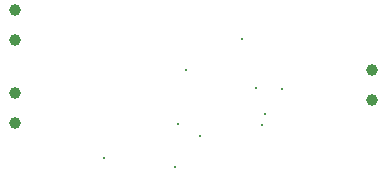
<source format=gbr>
%TF.GenerationSoftware,KiCad,Pcbnew,9.0.6*%
%TF.CreationDate,2025-12-11T09:21:26-05:00*%
%TF.ProjectId,Mini_Solar_Supply,4d696e69-5f53-46f6-9c61-725f53757070,rev?*%
%TF.SameCoordinates,Original*%
%TF.FileFunction,Plated,1,2,PTH,Drill*%
%TF.FilePolarity,Positive*%
%FSLAX46Y46*%
G04 Gerber Fmt 4.6, Leading zero omitted, Abs format (unit mm)*
G04 Created by KiCad (PCBNEW 9.0.6) date 2025-12-11 09:21:26*
%MOMM*%
%LPD*%
G01*
G04 APERTURE LIST*
%TA.AperFunction,ViaDrill*%
%ADD10C,0.300000*%
%TD*%
%TA.AperFunction,ComponentDrill*%
%ADD11C,1.000000*%
%TD*%
G04 APERTURE END LIST*
D10*
X134899400Y-135722400D03*
X140868400Y-136474200D03*
X141097000Y-132867400D03*
X141782800Y-128270000D03*
X143025600Y-133883400D03*
X146558000Y-125653800D03*
X147726400Y-129743200D03*
X148252200Y-132900400D03*
X148463000Y-131978400D03*
X149961600Y-129870200D03*
D11*
%TO.C,J2*%
X127337200Y-130205400D03*
X127337200Y-132745400D03*
%TO.C,J4*%
X127346400Y-123144200D03*
X127346400Y-125684200D03*
%TO.C,J1*%
X157540000Y-128214200D03*
X157540000Y-130754200D03*
M02*

</source>
